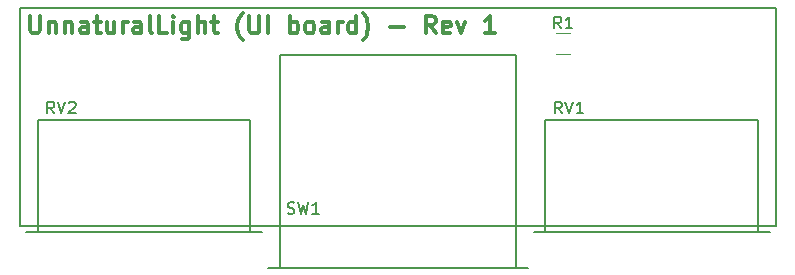
<source format=gto>
G04 #@! TF.FileFunction,Legend,Top*
%FSLAX46Y46*%
G04 Gerber Fmt 4.6, Leading zero omitted, Abs format (unit mm)*
G04 Created by KiCad (PCBNEW 4.0.6+dfsg1-1) date Mon Oct 16 00:48:50 2017*
%MOMM*%
%LPD*%
G01*
G04 APERTURE LIST*
%ADD10C,0.100000*%
%ADD11C,0.300000*%
%ADD12C,0.150000*%
%ADD13C,0.120000*%
G04 APERTURE END LIST*
D10*
D11*
X117857143Y-109678571D02*
X117857143Y-110892857D01*
X117928571Y-111035714D01*
X118000000Y-111107143D01*
X118142857Y-111178571D01*
X118428571Y-111178571D01*
X118571429Y-111107143D01*
X118642857Y-111035714D01*
X118714286Y-110892857D01*
X118714286Y-109678571D01*
X119428572Y-110178571D02*
X119428572Y-111178571D01*
X119428572Y-110321429D02*
X119500000Y-110250000D01*
X119642858Y-110178571D01*
X119857143Y-110178571D01*
X120000000Y-110250000D01*
X120071429Y-110392857D01*
X120071429Y-111178571D01*
X120785715Y-110178571D02*
X120785715Y-111178571D01*
X120785715Y-110321429D02*
X120857143Y-110250000D01*
X121000001Y-110178571D01*
X121214286Y-110178571D01*
X121357143Y-110250000D01*
X121428572Y-110392857D01*
X121428572Y-111178571D01*
X122785715Y-111178571D02*
X122785715Y-110392857D01*
X122714286Y-110250000D01*
X122571429Y-110178571D01*
X122285715Y-110178571D01*
X122142858Y-110250000D01*
X122785715Y-111107143D02*
X122642858Y-111178571D01*
X122285715Y-111178571D01*
X122142858Y-111107143D01*
X122071429Y-110964286D01*
X122071429Y-110821429D01*
X122142858Y-110678571D01*
X122285715Y-110607143D01*
X122642858Y-110607143D01*
X122785715Y-110535714D01*
X123285715Y-110178571D02*
X123857144Y-110178571D01*
X123500001Y-109678571D02*
X123500001Y-110964286D01*
X123571429Y-111107143D01*
X123714287Y-111178571D01*
X123857144Y-111178571D01*
X125000001Y-110178571D02*
X125000001Y-111178571D01*
X124357144Y-110178571D02*
X124357144Y-110964286D01*
X124428572Y-111107143D01*
X124571430Y-111178571D01*
X124785715Y-111178571D01*
X124928572Y-111107143D01*
X125000001Y-111035714D01*
X125714287Y-111178571D02*
X125714287Y-110178571D01*
X125714287Y-110464286D02*
X125785715Y-110321429D01*
X125857144Y-110250000D01*
X126000001Y-110178571D01*
X126142858Y-110178571D01*
X127285715Y-111178571D02*
X127285715Y-110392857D01*
X127214286Y-110250000D01*
X127071429Y-110178571D01*
X126785715Y-110178571D01*
X126642858Y-110250000D01*
X127285715Y-111107143D02*
X127142858Y-111178571D01*
X126785715Y-111178571D01*
X126642858Y-111107143D01*
X126571429Y-110964286D01*
X126571429Y-110821429D01*
X126642858Y-110678571D01*
X126785715Y-110607143D01*
X127142858Y-110607143D01*
X127285715Y-110535714D01*
X128214287Y-111178571D02*
X128071429Y-111107143D01*
X128000001Y-110964286D01*
X128000001Y-109678571D01*
X129500001Y-111178571D02*
X128785715Y-111178571D01*
X128785715Y-109678571D01*
X130000001Y-111178571D02*
X130000001Y-110178571D01*
X130000001Y-109678571D02*
X129928572Y-109750000D01*
X130000001Y-109821429D01*
X130071429Y-109750000D01*
X130000001Y-109678571D01*
X130000001Y-109821429D01*
X131357144Y-110178571D02*
X131357144Y-111392857D01*
X131285715Y-111535714D01*
X131214287Y-111607143D01*
X131071430Y-111678571D01*
X130857144Y-111678571D01*
X130714287Y-111607143D01*
X131357144Y-111107143D02*
X131214287Y-111178571D01*
X130928573Y-111178571D01*
X130785715Y-111107143D01*
X130714287Y-111035714D01*
X130642858Y-110892857D01*
X130642858Y-110464286D01*
X130714287Y-110321429D01*
X130785715Y-110250000D01*
X130928573Y-110178571D01*
X131214287Y-110178571D01*
X131357144Y-110250000D01*
X132071430Y-111178571D02*
X132071430Y-109678571D01*
X132714287Y-111178571D02*
X132714287Y-110392857D01*
X132642858Y-110250000D01*
X132500001Y-110178571D01*
X132285716Y-110178571D01*
X132142858Y-110250000D01*
X132071430Y-110321429D01*
X133214287Y-110178571D02*
X133785716Y-110178571D01*
X133428573Y-109678571D02*
X133428573Y-110964286D01*
X133500001Y-111107143D01*
X133642859Y-111178571D01*
X133785716Y-111178571D01*
X135857144Y-111750000D02*
X135785716Y-111678571D01*
X135642859Y-111464286D01*
X135571430Y-111321429D01*
X135500001Y-111107143D01*
X135428573Y-110750000D01*
X135428573Y-110464286D01*
X135500001Y-110107143D01*
X135571430Y-109892857D01*
X135642859Y-109750000D01*
X135785716Y-109535714D01*
X135857144Y-109464286D01*
X136428573Y-109678571D02*
X136428573Y-110892857D01*
X136500001Y-111035714D01*
X136571430Y-111107143D01*
X136714287Y-111178571D01*
X137000001Y-111178571D01*
X137142859Y-111107143D01*
X137214287Y-111035714D01*
X137285716Y-110892857D01*
X137285716Y-109678571D01*
X138000002Y-111178571D02*
X138000002Y-109678571D01*
X139857145Y-111178571D02*
X139857145Y-109678571D01*
X139857145Y-110250000D02*
X140000002Y-110178571D01*
X140285716Y-110178571D01*
X140428573Y-110250000D01*
X140500002Y-110321429D01*
X140571431Y-110464286D01*
X140571431Y-110892857D01*
X140500002Y-111035714D01*
X140428573Y-111107143D01*
X140285716Y-111178571D01*
X140000002Y-111178571D01*
X139857145Y-111107143D01*
X141428574Y-111178571D02*
X141285716Y-111107143D01*
X141214288Y-111035714D01*
X141142859Y-110892857D01*
X141142859Y-110464286D01*
X141214288Y-110321429D01*
X141285716Y-110250000D01*
X141428574Y-110178571D01*
X141642859Y-110178571D01*
X141785716Y-110250000D01*
X141857145Y-110321429D01*
X141928574Y-110464286D01*
X141928574Y-110892857D01*
X141857145Y-111035714D01*
X141785716Y-111107143D01*
X141642859Y-111178571D01*
X141428574Y-111178571D01*
X143214288Y-111178571D02*
X143214288Y-110392857D01*
X143142859Y-110250000D01*
X143000002Y-110178571D01*
X142714288Y-110178571D01*
X142571431Y-110250000D01*
X143214288Y-111107143D02*
X143071431Y-111178571D01*
X142714288Y-111178571D01*
X142571431Y-111107143D01*
X142500002Y-110964286D01*
X142500002Y-110821429D01*
X142571431Y-110678571D01*
X142714288Y-110607143D01*
X143071431Y-110607143D01*
X143214288Y-110535714D01*
X143928574Y-111178571D02*
X143928574Y-110178571D01*
X143928574Y-110464286D02*
X144000002Y-110321429D01*
X144071431Y-110250000D01*
X144214288Y-110178571D01*
X144357145Y-110178571D01*
X145500002Y-111178571D02*
X145500002Y-109678571D01*
X145500002Y-111107143D02*
X145357145Y-111178571D01*
X145071431Y-111178571D01*
X144928573Y-111107143D01*
X144857145Y-111035714D01*
X144785716Y-110892857D01*
X144785716Y-110464286D01*
X144857145Y-110321429D01*
X144928573Y-110250000D01*
X145071431Y-110178571D01*
X145357145Y-110178571D01*
X145500002Y-110250000D01*
X146071431Y-111750000D02*
X146142859Y-111678571D01*
X146285716Y-111464286D01*
X146357145Y-111321429D01*
X146428574Y-111107143D01*
X146500002Y-110750000D01*
X146500002Y-110464286D01*
X146428574Y-110107143D01*
X146357145Y-109892857D01*
X146285716Y-109750000D01*
X146142859Y-109535714D01*
X146071431Y-109464286D01*
X148357145Y-110607143D02*
X149500002Y-110607143D01*
X152214288Y-111178571D02*
X151714288Y-110464286D01*
X151357145Y-111178571D02*
X151357145Y-109678571D01*
X151928573Y-109678571D01*
X152071431Y-109750000D01*
X152142859Y-109821429D01*
X152214288Y-109964286D01*
X152214288Y-110178571D01*
X152142859Y-110321429D01*
X152071431Y-110392857D01*
X151928573Y-110464286D01*
X151357145Y-110464286D01*
X153428573Y-111107143D02*
X153285716Y-111178571D01*
X153000002Y-111178571D01*
X152857145Y-111107143D01*
X152785716Y-110964286D01*
X152785716Y-110392857D01*
X152857145Y-110250000D01*
X153000002Y-110178571D01*
X153285716Y-110178571D01*
X153428573Y-110250000D01*
X153500002Y-110392857D01*
X153500002Y-110535714D01*
X152785716Y-110678571D01*
X154000002Y-110178571D02*
X154357145Y-111178571D01*
X154714287Y-110178571D01*
X157214287Y-111178571D02*
X156357144Y-111178571D01*
X156785716Y-111178571D02*
X156785716Y-109678571D01*
X156642859Y-109892857D01*
X156500001Y-110035714D01*
X156357144Y-110107143D01*
D12*
X181000000Y-127500000D02*
X181000000Y-109000000D01*
X117000000Y-127500000D02*
X181000000Y-127500000D01*
X117000000Y-109000000D02*
X117000000Y-127500000D01*
X181000000Y-109000000D02*
X117000000Y-109000000D01*
X136500000Y-128000000D02*
X137500000Y-128000000D01*
X118500000Y-128000000D02*
X117500000Y-128000000D01*
X136500000Y-118500000D02*
X136500000Y-128000000D01*
X136500000Y-128000000D02*
X118500000Y-128000000D01*
X118500000Y-128000000D02*
X118500000Y-118500000D01*
X118500000Y-118500000D02*
X136500000Y-118500000D01*
D13*
X163600000Y-112880000D02*
X162400000Y-112880000D01*
X162400000Y-111120000D02*
X163600000Y-111120000D01*
D12*
X179500000Y-128000000D02*
X180500000Y-128000000D01*
X161500000Y-128000000D02*
X160500000Y-128000000D01*
X179500000Y-118500000D02*
X179500000Y-128000000D01*
X179500000Y-128000000D02*
X161500000Y-128000000D01*
X161500000Y-128000000D02*
X161500000Y-118500000D01*
X161500000Y-118500000D02*
X179500000Y-118500000D01*
X159000000Y-131000000D02*
X160000000Y-131000000D01*
X138000000Y-131000000D02*
X139000000Y-131000000D01*
X159000000Y-113000000D02*
X159000000Y-131000000D01*
X159000000Y-131000000D02*
X139000000Y-131000000D01*
X139000000Y-131000000D02*
X139000000Y-113000000D01*
X139000000Y-113000000D02*
X159000000Y-113000000D01*
X119904762Y-117952381D02*
X119571428Y-117476190D01*
X119333333Y-117952381D02*
X119333333Y-116952381D01*
X119714286Y-116952381D01*
X119809524Y-117000000D01*
X119857143Y-117047619D01*
X119904762Y-117142857D01*
X119904762Y-117285714D01*
X119857143Y-117380952D01*
X119809524Y-117428571D01*
X119714286Y-117476190D01*
X119333333Y-117476190D01*
X120190476Y-116952381D02*
X120523809Y-117952381D01*
X120857143Y-116952381D01*
X121142857Y-117047619D02*
X121190476Y-117000000D01*
X121285714Y-116952381D01*
X121523810Y-116952381D01*
X121619048Y-117000000D01*
X121666667Y-117047619D01*
X121714286Y-117142857D01*
X121714286Y-117238095D01*
X121666667Y-117380952D01*
X121095238Y-117952381D01*
X121714286Y-117952381D01*
X162833334Y-110752381D02*
X162500000Y-110276190D01*
X162261905Y-110752381D02*
X162261905Y-109752381D01*
X162642858Y-109752381D01*
X162738096Y-109800000D01*
X162785715Y-109847619D01*
X162833334Y-109942857D01*
X162833334Y-110085714D01*
X162785715Y-110180952D01*
X162738096Y-110228571D01*
X162642858Y-110276190D01*
X162261905Y-110276190D01*
X163785715Y-110752381D02*
X163214286Y-110752381D01*
X163500000Y-110752381D02*
X163500000Y-109752381D01*
X163404762Y-109895238D01*
X163309524Y-109990476D01*
X163214286Y-110038095D01*
X162904762Y-117952381D02*
X162571428Y-117476190D01*
X162333333Y-117952381D02*
X162333333Y-116952381D01*
X162714286Y-116952381D01*
X162809524Y-117000000D01*
X162857143Y-117047619D01*
X162904762Y-117142857D01*
X162904762Y-117285714D01*
X162857143Y-117380952D01*
X162809524Y-117428571D01*
X162714286Y-117476190D01*
X162333333Y-117476190D01*
X163190476Y-116952381D02*
X163523809Y-117952381D01*
X163857143Y-116952381D01*
X164714286Y-117952381D02*
X164142857Y-117952381D01*
X164428571Y-117952381D02*
X164428571Y-116952381D01*
X164333333Y-117095238D01*
X164238095Y-117190476D01*
X164142857Y-117238095D01*
X139666667Y-126404762D02*
X139809524Y-126452381D01*
X140047620Y-126452381D01*
X140142858Y-126404762D01*
X140190477Y-126357143D01*
X140238096Y-126261905D01*
X140238096Y-126166667D01*
X140190477Y-126071429D01*
X140142858Y-126023810D01*
X140047620Y-125976190D01*
X139857143Y-125928571D01*
X139761905Y-125880952D01*
X139714286Y-125833333D01*
X139666667Y-125738095D01*
X139666667Y-125642857D01*
X139714286Y-125547619D01*
X139761905Y-125500000D01*
X139857143Y-125452381D01*
X140095239Y-125452381D01*
X140238096Y-125500000D01*
X140571429Y-125452381D02*
X140809524Y-126452381D01*
X141000001Y-125738095D01*
X141190477Y-126452381D01*
X141428572Y-125452381D01*
X142333334Y-126452381D02*
X141761905Y-126452381D01*
X142047619Y-126452381D02*
X142047619Y-125452381D01*
X141952381Y-125595238D01*
X141857143Y-125690476D01*
X141761905Y-125738095D01*
M02*

</source>
